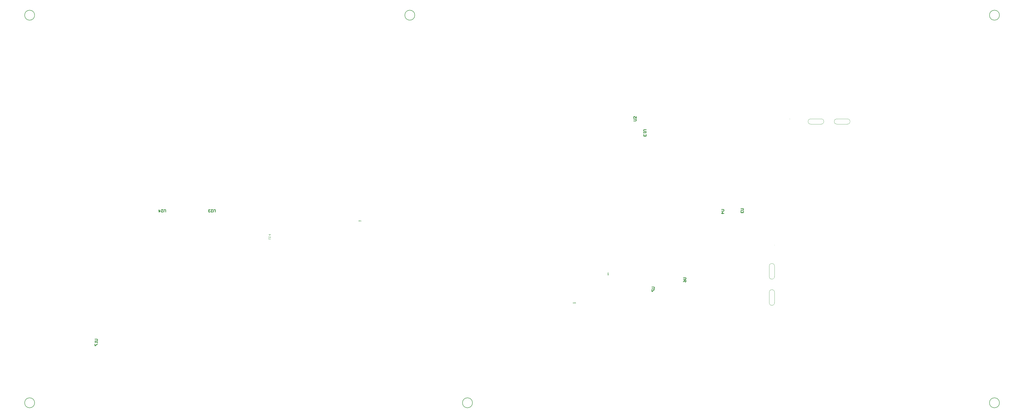
<source format=gm1>
G04*
G04 #@! TF.GenerationSoftware,Altium Limited,Altium Designer,20.2.6 (244)*
G04*
G04 Layer_Color=16711935*
%FSLAX24Y24*%
%MOIN*%
G70*
G04*
G04 #@! TF.SameCoordinates,8AECF8CF-BE68-462B-8B6A-8B8B687A0D7D*
G04*
G04*
G04 #@! TF.FilePolarity,Positive*
G04*
G01*
G75*
%ADD11C,0.0079*%
%ADD12C,0.0100*%
%ADD14C,0.0039*%
%ADD178C,0.0000*%
%ADD179C,0.0024*%
D11*
X147992Y60630D02*
G03*
X147992Y60630I-748J0D01*
G01*
X68858Y2362D02*
G03*
X68858Y2362I-748J0D01*
G01*
X60197Y60630D02*
G03*
X60197Y60630I-748J0D01*
G01*
X147992Y2362D02*
G03*
X147992Y2362I-748J0D01*
G01*
X3110Y60630D02*
G03*
X3110Y60630I-748J0D01*
G01*
Y2362D02*
G03*
X3110Y2362I-748J0D01*
G01*
D12*
X106231Y31431D02*
X106559D01*
X106624Y31365D01*
Y31234D01*
X106559Y31168D01*
X106231D01*
X106624Y30840D02*
X106231D01*
X106428Y31037D01*
Y30775D01*
X12136Y11943D02*
X12464D01*
X12530Y11877D01*
Y11746D01*
X12464Y11680D01*
X12136D01*
X12530Y11549D02*
Y11418D01*
Y11483D01*
X12136D01*
X12202Y11549D01*
X12136Y11221D02*
Y10959D01*
X12202D01*
X12464Y11221D01*
X12530D01*
X30250Y31034D02*
Y31362D01*
X30184Y31428D01*
X30053D01*
X29987Y31362D01*
Y31034D01*
X29594Y31428D02*
X29856D01*
X29594Y31165D01*
Y31100D01*
X29659Y31034D01*
X29790D01*
X29856Y31100D01*
X29462D02*
X29397Y31034D01*
X29266D01*
X29200Y31100D01*
Y31165D01*
X29266Y31231D01*
X29331D01*
X29266D01*
X29200Y31296D01*
Y31362D01*
X29266Y31428D01*
X29397D01*
X29462Y31362D01*
X22769Y31034D02*
Y31362D01*
X22704Y31428D01*
X22573D01*
X22507Y31362D01*
Y31034D01*
X22113Y31428D02*
X22376D01*
X22113Y31165D01*
Y31100D01*
X22179Y31034D01*
X22310D01*
X22376Y31100D01*
X21785Y31428D02*
Y31034D01*
X21982Y31231D01*
X21720D01*
X109152Y31593D02*
X109480D01*
X109546Y31527D01*
Y31396D01*
X109480Y31331D01*
X109152D01*
X109218Y31199D02*
X109152Y31134D01*
Y31003D01*
X109218Y30937D01*
X109283D01*
X109349Y31003D01*
Y31068D01*
Y31003D01*
X109414Y30937D01*
X109480D01*
X109546Y31003D01*
Y31134D01*
X109480Y31199D01*
X94950Y43439D02*
X94622D01*
X94557Y43373D01*
Y43242D01*
X94622Y43176D01*
X94950D01*
X94557Y43045D02*
Y42914D01*
Y42979D01*
X94950D01*
X94885Y43045D01*
Y42717D02*
X94950Y42651D01*
Y42520D01*
X94885Y42455D01*
X94819D01*
X94753Y42520D01*
Y42586D01*
Y42520D01*
X94688Y42455D01*
X94622D01*
X94557Y42520D01*
Y42651D01*
X94622Y42717D01*
X93042Y44750D02*
X93370D01*
X93435Y44816D01*
Y44947D01*
X93370Y45013D01*
X93042D01*
X93435Y45406D02*
Y45144D01*
X93173Y45406D01*
X93107D01*
X93042Y45341D01*
Y45210D01*
X93107Y45144D01*
X95777Y19782D02*
X96105D01*
X96171Y19716D01*
Y19585D01*
X96105Y19520D01*
X95777D01*
Y19388D02*
Y19126D01*
X95843D01*
X96105Y19388D01*
X96171D01*
X100522Y21194D02*
X100850D01*
X100916Y21129D01*
Y20998D01*
X100850Y20932D01*
X100522D01*
Y20539D02*
X100588Y20670D01*
X100719Y20801D01*
X100850D01*
X100916Y20735D01*
Y20604D01*
X100850Y20539D01*
X100785D01*
X100719Y20604D01*
Y20801D01*
D14*
X38551Y26939D02*
X38288D01*
X38236Y26991D01*
Y27096D01*
X38288Y27148D01*
X38551D01*
X38236Y27253D02*
Y27358D01*
Y27306D01*
X38551D01*
X38498Y27253D01*
X38236Y27673D02*
X38551D01*
X38393Y27516D01*
Y27726D01*
D178*
X121224Y44252D02*
G03*
X121224Y45039I0J394D01*
G01*
X119650D02*
G03*
X119650Y44252I0J-394D01*
G01*
X125161D02*
G03*
X125161Y45039I0J394D01*
G01*
X123587D02*
G03*
X123587Y44252I0J-394D01*
G01*
X114213Y18976D02*
G03*
X113425Y18976I-394J0D01*
G01*
Y17402D02*
G03*
X114213Y17402I394J0D01*
G01*
Y22913D02*
G03*
X113425Y22913I-394J0D01*
G01*
Y21339D02*
G03*
X114213Y21339I394J0D01*
G01*
X119650Y45039D02*
X121224D01*
X119650Y44252D02*
X121224D01*
X120417Y45039D02*
X120437D01*
X116480D02*
X116500D01*
X123587D02*
X125161D01*
X123587Y44252D02*
X125161D01*
X124354Y45039D02*
X124374D01*
X114213Y18189D02*
Y18209D01*
X113425Y17402D02*
Y18976D01*
X114213Y17402D02*
Y18976D01*
Y26063D02*
Y26083D01*
Y22126D02*
Y22146D01*
X113425Y21339D02*
Y22913D01*
X114213Y21339D02*
Y22913D01*
D179*
X89281Y21932D02*
X89166D01*
X89143Y21909D01*
Y21863D01*
X89166Y21840D01*
X89281D01*
X89143Y21703D02*
Y21795D01*
X89235Y21703D01*
X89258D01*
X89281Y21726D01*
Y21772D01*
X89258Y21795D01*
X89281Y21565D02*
Y21657D01*
X89212D01*
X89235Y21611D01*
Y21588D01*
X89212Y21565D01*
X89166D01*
X89143Y21588D01*
Y21634D01*
X89166Y21657D01*
X84354Y17304D02*
Y17435D01*
X84328Y17461D01*
X84276D01*
X84249Y17435D01*
Y17304D01*
X84197Y17461D02*
X84144D01*
X84171D01*
Y17304D01*
X84197Y17330D01*
X84066D02*
X84039Y17304D01*
X83987D01*
X83961Y17330D01*
Y17435D01*
X83987Y17461D01*
X84039D01*
X84066Y17435D01*
Y17330D01*
X51768Y29637D02*
Y29751D01*
X51791Y29774D01*
X51837D01*
X51860Y29751D01*
Y29637D01*
X51906Y29774D02*
X51952D01*
X51929D01*
Y29637D01*
X51906Y29660D01*
X52113Y29774D02*
X52021D01*
X52113Y29683D01*
Y29660D01*
X52090Y29637D01*
X52044D01*
X52021Y29660D01*
M02*

</source>
